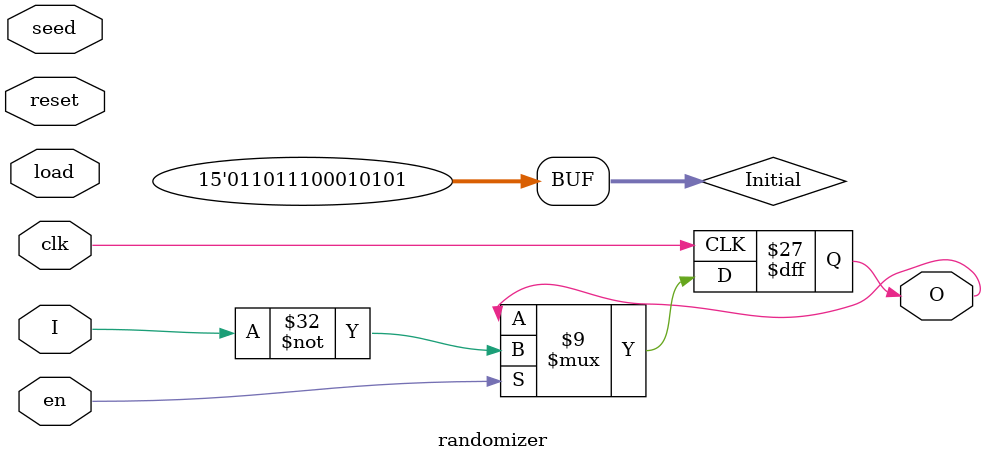
<source format=v>
module randomizer(
input wire I,
input wire clk,
input wire reset,
input wire load,
input wire en,
input wire [14:0] seed,
output reg O
);

reg [14:0] Initial; // Shift Register
reg temp; // XOR result

assign Initial = 15'b011011100010101;

always @ (posedge clk) begin
// Reset
if (reset == 1) begin
	Initial <= 0;
end
// Load
if (load == 1) begin
	Initial <= seed;
end
// Enable
if (en == 1) begin
	temp = Initial[0] ^ Initial[1];
	Initial <= Initial >> 1; // shift right
	Initial[14] <= temp; // replace 
	O = temp ^ I; // DataOut
end

end

endmodule

</source>
